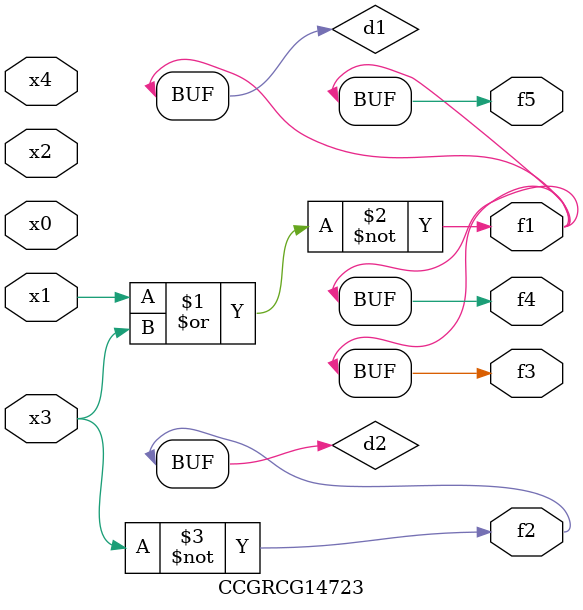
<source format=v>
module CCGRCG14723(
	input x0, x1, x2, x3, x4,
	output f1, f2, f3, f4, f5
);

	wire d1, d2;

	nor (d1, x1, x3);
	not (d2, x3);
	assign f1 = d1;
	assign f2 = d2;
	assign f3 = d1;
	assign f4 = d1;
	assign f5 = d1;
endmodule

</source>
